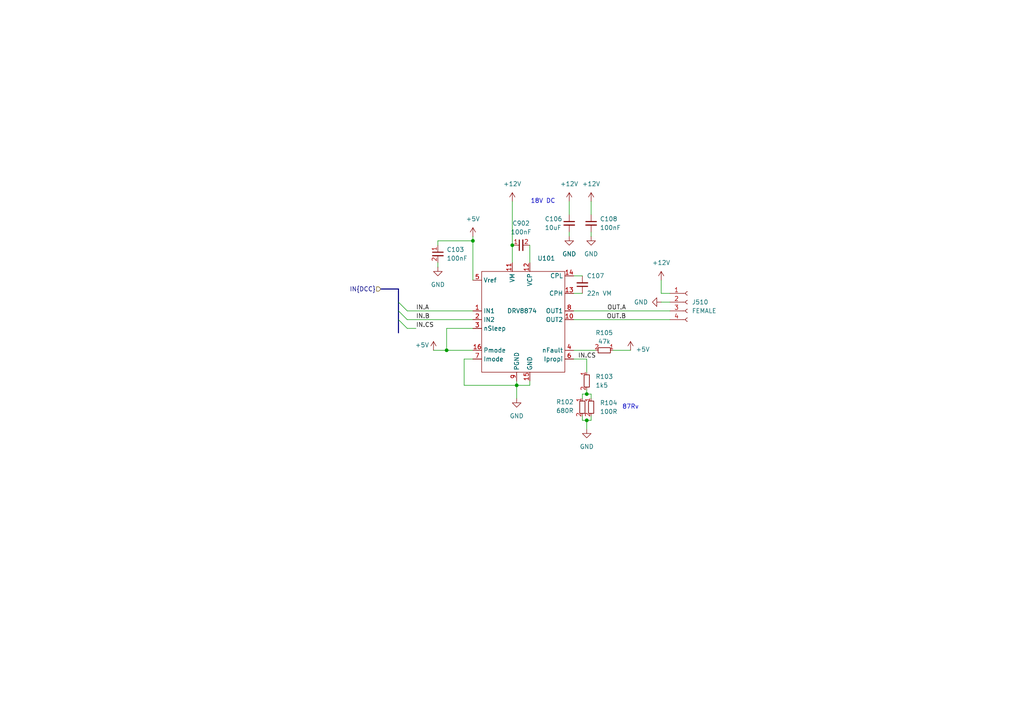
<source format=kicad_sch>
(kicad_sch (version 20231120) (generator "eeschema") (generator_version "8.0")
  (paper "A4")
  (lib_symbols
    (symbol "Device:C_Small" (pin_numbers hide) (pin_names (offset 0.254) hide)
      (property "Reference" "C" (at 0.254 1.778 0))
      (property "Value" "C_Small" (at 0.254 -2.032 0))
      (symbol "C_Small_0_1"
        (polyline (pts (xy -1.524 -0.508) (xy 1.524 -0.508)) (stroke (width 0.3302)))
        (polyline (pts (xy -1.524 0.508) (xy 1.524 0.508)) (stroke (width 0.3048)))
      )
      (symbol "C_Small_1_1"
        (pin passive line (at 0 2.54 270) (length 2.032) (name "~") (number "1"))
        (pin passive line (at 0 -2.54 90) (length 2.032) (name "~") (number "2"))
      )
    )
    (symbol "GND_1" (power) (pin_numbers hide) (pin_names (offset 0) hide)
      (property "Value" "GND" (at 0 -3.81 0))
      (symbol "GND_1_0_1"
        (polyline (pts (xy 0 0) (xy 0 -1.27) (xy 1.27 -1.27) (xy 0 -2.54) (xy -1.27 -1.27) (xy 0 -1.27)))
      )
      (symbol "GND_1_1_1"
        (pin power_in line (at 0 0 270) (length 0) (name "~") (number "1"))
      )
    )
    (symbol "capacitor_miscellaneous:C_0402_100nF"
      (property "Reference" "C" (at 1.27 2.54 0))
      (property "Value" "100nF" (at 3.81 -2.54 0))
      (symbol "C_0402_100nF_0_1"
        (polyline (pts (xy -1.524 -0.508) (xy 1.524 -0.508)) (stroke (width 0.3302)))
        (polyline (pts (xy -1.524 0.508) (xy 1.524 0.508)) (stroke (width 0.3048)))
      )
      (symbol "C_0402_100nF_1_1"
        (pin passive line (at 0 2.54 270) (length 2.032) (name "~") (number "1"))
        (pin passive line (at 0 -2.54 90) (length 2.032) (name "~") (number "2"))
      )
    )
    (symbol "capacitor_miscellaneous:C_0603_100nF"
      (property "Reference" "C" (at 1.27 2.54 0))
      (property "Value" "100nF" (at 3.81 -2.54 0))
      (symbol "C_0603_100nF_0_1"
        (polyline (pts (xy -1.524 -0.508) (xy 1.524 -0.508)) (stroke (width 0.3302)))
        (polyline (pts (xy -1.524 0.508) (xy 1.524 0.508)) (stroke (width 0.3048)))
      )
      (symbol "C_0603_100nF_1_1"
        (pin passive line (at 0 2.54 270) (length 2.032) (name "~") (number "1"))
        (pin passive line (at 0 -2.54 90) (length 2.032) (name "~") (number "2"))
      )
    )
    (symbol "custom_kicad_lib_sk:DRV8874"
      (property "Reference" "U" (at 0 0 0))
      (symbol "DRV8874_0_1"
        (rectangle (start -11.43 11.43) (end 12.7 -17.78))
      )
      (symbol "DRV8874_1_1"
        (pin input line (at -13.97 0 0) (length 2.54) (name "IN1") (number "1"))
        (pin input line (at 15.24 -2.54 180) (length 2.54) (name "OUT2") (number "10"))
        (pin input line (at -2.54 13.97 270) (length 2.54) (name "VM") (number "11"))
        (pin input line (at 2.54 13.97 270) (length 2.54) (name "VCP") (number "12"))
        (pin input line (at 15.24 5.08 180) (length 2.54) (name "CPH") (number "13"))
        (pin input line (at 15.24 10.16 180) (length 2.54) (name "CPL") (number "14"))
        (pin power_in line (at 2.54 -20.32 90) (length 2.54) (name "GND") (number "15"))
        (pin input line (at -13.97 -11.43 0) (length 2.54) (name "Pmode") (number "16"))
        (pin power_in line (at 2.54 -20.32 90) (length 2.54) hide (name "GND") (number "17"))
        (pin input line (at -13.97 -2.54 0) (length 2.54) (name "IN2") (number "2"))
        (pin input line (at -13.97 -5.08 0) (length 2.54) (name "nSleep") (number "3"))
        (pin input line (at 15.24 -11.43 180) (length 2.54) (name "nFault") (number "4"))
        (pin input line (at -13.97 8.89 0) (length 2.54) (name "Vref") (number "5"))
        (pin input line (at 15.24 -13.97 180) (length 2.54) (name "Ipropi") (number "6"))
        (pin input line (at -13.97 -13.97 0) (length 2.54) (name "Imode") (number "7"))
        (pin input line (at 15.24 0 180) (length 2.54) (name "OUT1") (number "8"))
        (pin power_in line (at -1.27 -20.32 90) (length 2.54) (name "PGND") (number "9"))
      )
    )
    (symbol "custom_kicad_lib_sk:connector_3.50mm_4P_horizontal_FEMALE" (pin_names (offset 1.016) hide)
      (property "Reference" "J" (at 0 5.08 0))
      (property "Value" "FEMALE" (at 0 -7.62 0))
      (symbol "connector_3.50mm_4P_horizontal_FEMALE_1_1"
        (arc (start 0 -4.572) (mid -0.5058 -5.08) (end 0 -5.588) (stroke (width 0.1524)))
        (arc (start 0 -2.032) (mid -0.5058 -2.54) (end 0 -3.048) (stroke (width 0.1524)))
        (polyline (pts (xy -1.27 -5.08) (xy -0.508 -5.08)) (stroke (width 0.1524)))
        (polyline (pts (xy -1.27 -2.54) (xy -0.508 -2.54)) (stroke (width 0.1524)))
        (polyline (pts (xy -1.27 0) (xy -0.508 0)) (stroke (width 0.1524)))
        (polyline (pts (xy -1.27 2.54) (xy -0.508 2.54)) (stroke (width 0.1524)))
        (arc (start 0 0.508) (mid -0.5058 0) (end 0 -0.508) (stroke (width 0.1524)))
        (arc (start 0 3.048) (mid -0.5058 2.54) (end 0 2.032) (stroke (width 0.1524)))
        (pin passive line (at -5.08 2.54 0) (length 3.81) (name "Pin_1") (number "1"))
        (pin passive line (at -5.08 0 0) (length 3.81) (name "Pin_2") (number "2"))
        (pin passive line (at -5.08 -2.54 0) (length 3.81) (name "Pin_3") (number "3"))
        (pin passive line (at -5.08 -5.08 0) (length 3.81) (name "Pin_4") (number "4"))
      )
    )
    (symbol "power:+12V" (power) (pin_numbers hide) (pin_names (offset 0) hide)
      (property "Value" "+12V" (at 0 3.556 0))
      (symbol "+12V_0_1"
        (polyline (pts (xy -0.762 1.27) (xy 0 2.54)))
        (polyline (pts (xy 0 0) (xy 0 2.54)))
        (polyline (pts (xy 0 2.54) (xy 0.762 1.27)))
      )
      (symbol "+12V_1_1"
        (pin power_in line (at 0 0 90) (length 0) (name "~") (number "1"))
      )
    )
    (symbol "power:+5V" (power) (pin_numbers hide) (pin_names (offset 0) hide)
      (property "Value" "+5V" (at 0 3.556 0))
      (symbol "+5V_0_1"
        (polyline (pts (xy -0.762 1.27) (xy 0 2.54)))
        (polyline (pts (xy 0 0) (xy 0 2.54)))
        (polyline (pts (xy 0 2.54) (xy 0.762 1.27)))
      )
      (symbol "+5V_1_1"
        (pin power_in line (at 0 0 90) (length 0) (name "~") (number "1"))
      )
    )
    (symbol "power:GND" (power) (pin_numbers hide) (pin_names (offset 0) hide)
      (property "Value" "GND" (at 0 -3.81 0))
      (symbol "GND_0_1"
        (polyline (pts (xy 0 0) (xy 0 -1.27) (xy 1.27 -1.27) (xy 0 -2.54) (xy -1.27 -1.27) (xy 0 -1.27)))
      )
      (symbol "GND_1_1"
        (pin power_in line (at 0 0 270) (length 0) (name "~") (number "1"))
      )
    )
    (symbol "resistors_0603:R_100R_0603"
      (property "Reference" "R" (at 1.27 2.54 0))
      (property "Value" "100R" (at 2.54 -2.54 0))
      (symbol "R_100R_0603_0_1"
        (rectangle (start -0.762 1.778) (end 0.762 -1.778) (stroke (width 0.2032)))
      )
      (symbol "R_100R_0603_1_1"
        (pin passive line (at 0 2.54 270) (length 0.762) (name "~") (number "1"))
        (pin passive line (at 0 -2.54 90) (length 0.762) (name "~") (number "2"))
      )
    )
    (symbol "resistors_0603:R_1k5_0603"
      (property "Reference" "R" (at 1.27 2.54 0))
      (property "Value" "1k5" (at 2.54 -2.54 0))
      (symbol "R_1k5_0603_0_1"
        (rectangle (start -0.762 1.778) (end 0.762 -1.778) (stroke (width 0.2032)))
      )
      (symbol "R_1k5_0603_1_1"
        (pin passive line (at 0 2.54 270) (length 0.762) (name "~") (number "1"))
        (pin passive line (at 0 -2.54 90) (length 0.762) (name "~") (number "2"))
      )
    )
    (symbol "resistors_0603:R_47k_0603"
      (property "Reference" "R" (at 1.27 2.54 0))
      (property "Value" "47k" (at 2.54 -2.54 0))
      (symbol "R_47k_0603_0_1"
        (rectangle (start -0.762 1.778) (end 0.762 -1.778) (stroke (width 0.2032)))
      )
      (symbol "R_47k_0603_1_1"
        (pin passive line (at 0 2.54 270) (length 0.762) (name "~") (number "1"))
        (pin passive line (at 0 -2.54 90) (length 0.762) (name "~") (number "2"))
      )
    )
    (symbol "resistors_0603:R_680R_0603"
      (property "Reference" "R" (at 1.27 2.54 0))
      (property "Value" "680R" (at 2.54 -2.54 0))
      (symbol "R_680R_0603_0_1"
        (rectangle (start -0.762 1.778) (end 0.762 -1.778) (stroke (width 0.2032)))
      )
      (symbol "R_680R_0603_1_1"
        (pin passive line (at 0 2.54 270) (length 0.762) (name "~") (number "1"))
        (pin passive line (at 0 -2.54 90) (length 0.762) (name "~") (number "2"))
      )
    )
  )
  (junction (at 170.18 121.92))
  (junction (at 170.18 114.3))
  (junction (at 148.59 71.12))
  (junction (at 129.54 101.6))
  (junction (at 137.16 69.85))
  (junction (at 149.86 111.76))
  (bus_entry (at 115.57 90.17) (size 2.54 2.54))
  (bus_entry (at 115.57 87.63) (size 2.54 2.54))
  (bus_entry (at 115.57 92.71) (size 2.54 2.54))
  (wire (pts (xy 148.59 71.12) (xy 148.59 76.2)))
  (wire (pts (xy 153.67 111.76) (xy 153.67 110.49)))
  (bus (pts (xy 115.57 90.17) (xy 115.57 92.71)))
  (wire (pts (xy 149.86 111.76) (xy 149.86 110.49)))
  (wire (pts (xy 149.86 115.57) (xy 149.86 111.76)))
  (bus (pts (xy 115.57 83.82) (xy 115.57 87.63)))
  (wire (pts (xy 171.45 120.65) (xy 171.45 121.92)))
  (wire (pts (xy 134.62 111.76) (xy 149.86 111.76)))
  (wire (pts (xy 137.16 69.85) (xy 137.16 81.28)))
  (wire (pts (xy 170.18 121.92) (xy 170.18 124.46)))
  (wire (pts (xy 127 77.47) (xy 127 76.2)))
  (wire (pts (xy 166.37 104.14) (xy 170.18 104.14)))
  (wire (pts (xy 129.54 101.6) (xy 129.54 95.25)))
  (wire (pts (xy 137.16 104.14) (xy 134.62 104.14)))
  (wire (pts (xy 166.37 90.17) (xy 194.31 90.17)))
  (bus (pts (xy 115.57 92.71) (xy 115.57 96.52)))
  (wire (pts (xy 170.18 107.95) (xy 170.18 104.14)))
  (wire (pts (xy 171.45 121.92) (xy 170.18 121.92)))
  (wire (pts (xy 153.67 71.12) (xy 153.67 76.2)))
  (wire (pts (xy 134.62 104.14) (xy 134.62 111.76)))
  (wire (pts (xy 170.18 121.92) (xy 168.91 121.92)))
  (wire (pts (xy 118.11 90.17) (xy 137.16 90.17)))
  (wire (pts (xy 172.72 101.6) (xy 166.37 101.6)))
  (wire (pts (xy 166.37 85.09) (xy 168.91 85.09)))
  (bus (pts (xy 115.57 87.63) (xy 115.57 90.17)))
  (wire (pts (xy 170.18 113.03) (xy 170.18 114.3)))
  (wire (pts (xy 125.73 101.6) (xy 129.54 101.6)))
  (wire (pts (xy 129.54 95.25) (xy 137.16 95.25)))
  (wire (pts (xy 171.45 114.3) (xy 171.45 115.57)))
  (wire (pts (xy 137.16 101.6) (xy 129.54 101.6)))
  (wire (pts (xy 191.77 81.28) (xy 191.77 85.09)))
  (wire (pts (xy 191.77 85.09) (xy 194.31 85.09)))
  (wire (pts (xy 127 69.85) (xy 127 71.12)))
  (wire (pts (xy 127 69.85) (xy 137.16 69.85)))
  (wire (pts (xy 137.16 68.58) (xy 137.16 69.85)))
  (wire (pts (xy 191.77 87.63) (xy 194.31 87.63)))
  (wire (pts (xy 171.45 58.42) (xy 171.45 62.23)))
  (wire (pts (xy 118.11 95.25) (xy 120.65 95.25)))
  (wire (pts (xy 170.18 114.3) (xy 171.45 114.3)))
  (wire (pts (xy 149.86 111.76) (xy 153.67 111.76)))
  (wire (pts (xy 165.1 67.31) (xy 165.1 68.58)))
  (wire (pts (xy 171.45 67.31) (xy 171.45 68.58)))
  (wire (pts (xy 166.37 80.01) (xy 168.91 80.01)))
  (bus (pts (xy 110.49 83.82) (xy 115.57 83.82)))
  (wire (pts (xy 177.8 101.6) (xy 182.88 101.6)))
  (wire (pts (xy 118.11 92.71) (xy 137.16 92.71)))
  (wire (pts (xy 168.91 120.65) (xy 168.91 121.92)))
  (wire (pts (xy 168.91 115.57) (xy 168.91 114.3)))
  (wire (pts (xy 165.1 58.42) (xy 165.1 62.23)))
  (wire (pts (xy 166.37 92.71) (xy 194.31 92.71)))
  (wire (pts (xy 148.59 58.42) (xy 148.59 71.12)))
  (wire (pts (xy 168.91 114.3) (xy 170.18 114.3)))
  (text "18V DC\n" (at 157.48 58.42 0) (effects (font (size 1.27 1.27))))
  (text "87Rv" (at 182.88 118.11 0) (effects (font (size 1.27 1.27))))
  (label "IN.A" (at 120.65 90.17 0))
  (label "IN.CS" (at 120.65 95.25 0))
  (label "IN.CS" (at 167.64 104.14 0))
  (label "OUT.A" (at 181.61 90.17 180))
  (label "IN.B" (at 120.65 92.71 0))
  (label "OUT.B" (at 181.61 92.71 180))
  (hierarchical_label "IN{DCC}" (shape input) (at 110.49 83.82 180))
  (symbol (lib_name "GND_1") (lib_id "power:GND") (at 127 77.47 0) (unit 1)
    (property "Reference" "#PWR0118" (effects (hide yes)))
    (property "Value" "GND" (at 127 82.55 0))
    (property "Description" "Power symbol creates a global label with name \"GND\" , ground" (effects (hide yes)))
    (instances (project "booster_bare_minimum" (path "" (reference "#PWR0118") (unit 1))) (project "MasterOfAccessories" (path "" (reference "#PWR0118") (unit 1))) (project "accessoryCentral" (path "" (reference "#PWR0902") (unit 1)) (path "" (reference "#PWR0118") (unit 1))))
  )
  (symbol (lib_id "power:+5V") (at 125.73 101.6 0) (unit 1)
    (property "Reference" "#PWR0111" (effects (hide yes)))
    (property "Value" "+5V" (at 122.428 100.076 0))
    (property "Description" "Power symbol creates a global label with name \"+5V\"" (effects (hide yes)))
    (instances (project "booster_bare_minimum" (path "" (reference "#PWR0111") (unit 1))) (project "MasterOfAccessories" (path "" (reference "#PWR0111") (unit 1))) (project "accessoryCentral" (path "" (reference "#PWR0901") (unit 1)) (path "" (reference "#PWR0111") (unit 1))))
  )
  (symbol (lib_name "GND_1") (lib_id "power:GND") (at 170.18 124.46 0) (unit 1)
    (property "Reference" "#PWR0117" (effects (hide yes)))
    (property "Value" "GND" (at 170.18 129.54 0))
    (property "Description" "Power symbol creates a global label with name \"GND\" , ground" (effects (hide yes)))
    (instances (project "booster_bare_minimum" (path "" (reference "#PWR0117") (unit 1))) (project "MasterOfAccessories" (path "" (reference "#PWR0117") (unit 1))) (project "accessoryCentral" (path "" (reference "#PWR0908") (unit 1)) (path "" (reference "#PWR0117") (unit 1))))
  )
  (symbol (lib_id "resistors_0603:R_47k_0603") (at 175.26 101.6 270) (unit 1)
    (property "Reference" "R105" (at 175.26 96.52 90))
    (property "Value" "47k" (at 175.26 99.06 90))
    (property "Footprint" "custom_kicad_lib_sk:R_0603_smalltext" (effects (hide yes)))
    (property "JLCPCB Part#" "C25819" (effects (hide yes)))
    (instances (project "booster_bare_minimum" (path "" (reference "R105") (unit 1))) (project "MasterOfAccessories" (path "" (reference "R105") (unit 1))) (project "accessoryCentral" (path "" (reference "R904") (unit 1)) (path "" (reference "R105") (unit 1))))
  )
  (symbol (lib_id "Device:C_Small") (at 168.91 82.55 180) (unit 1)
    (property "Reference" "C107" (at 170.18 80.01 0) (effects (justify right)))
    (property "Value" "22n VM" (at 170.18 85.09 0) (effects (justify right)))
    (property "Footprint" "Capacitor_SMD:C_0402_1005Metric_Pad0.74x0.62mm_HandSolder" (effects (hide yes)))
    (property "LCSC Part #" "C1532" (effects (hide yes)))
    (instances (project "booster_bare_minimum" (path "" (reference "C107") (unit 1))) (project "MasterOfAccessories" (path "" (reference "C107") (unit 1))) (project "accessoryCentral" (path "" (reference "C904") (unit 1)) (path "" (reference "C107") (unit 1))))
  )
  (symbol (lib_id "power:GND") (at 191.77 87.63 270) (unit 1)
    (property "Reference" "#PWR0522" (effects (hide yes)))
    (property "Value" "GND" (at 187.96 87.6299 90) (effects (justify right)))
    (property "Description" "Power symbol creates a global label with name \"GND\" , ground" (effects (hide yes)))
  )
  (symbol (lib_id "custom_kicad_lib_sk:connector_3.50mm_4P_horizontal_FEMALE") (at 199.39 87.63 0) (unit 1)
    (property "Reference" "J510" (at 200.66 87.6299 0) (effects (justify left)))
    (property "Value" "FEMALE" (at 200.66 90.1699 0) (effects (justify left)))
    (property "Footprint" "Connector_Phoenix_MC:PhoenixContact_MC_1,5_4-G-3.5_1x04_P3.50mm_Horizontal" (effects (hide yes)))
    (property "Description" "Generic connector, single row, 01x04, script generated" (effects (hide yes)))
  )
  (symbol (lib_id "capacitor_miscellaneous:C_0603_100nF") (at 127 73.66 0) (unit 1)
    (property "Reference" "C103" (at 129.54 72.3962 0) (effects (justify left)))
    (property "Value" "100nF" (at 129.54 74.9362 0) (effects (justify left)))
    (property "Footprint" "Capacitor_SMD:C_0603_1608Metric" (effects (hide yes)))
    (property "JLCPCB Part#" "C14663" (effects (hide yes)))
    (instances (project "booster_bare_minimum" (path "" (reference "C103") (unit 1))) (project "MasterOfAccessories" (path "" (reference "C103") (unit 1))) (project "accessoryCentral" (path "" (reference "C901") (unit 1)) (path "" (reference "C103") (unit 1))))
  )
  (symbol (lib_id "resistors_0603:R_680R_0603") (at 168.91 118.11 0) (unit 1)
    (property "Reference" "R102" (at 161.29 116.586 0) (effects (justify left)))
    (property "Value" "680R" (at 161.29 119.126 0) (effects (justify left)))
    (property "Footprint" "custom_kicad_lib_sk:R_0603_smalltext" (effects (hide yes)))
    (property "JLCPCB Part#" "C17798" (effects (hide yes)))
    (instances (project "booster_bare_minimum" (path "" (reference "R102") (unit 1))) (project "MasterOfAccessories" (path "" (reference "R102") (unit 1))) (project "accessoryCentral" (path "" (reference "R901") (unit 1)) (path "" (reference "R102") (unit 1))))
  )
  (symbol (lib_id "Device:C_Small") (at 171.45 64.77 0) (unit 1)
    (property "Reference" "C108" (at 173.99 63.5062 0) (effects (justify left)))
    (property "Value" "100nF" (at 173.99 66.0462 0) (effects (justify left)))
    (property "Footprint" "Capacitor_SMD:C_0402_1005Metric_Pad0.74x0.62mm_HandSolder" (effects (hide yes)))
    (property "LCSC Part #" "C307331" (effects (hide yes)))
    (instances (project "booster_bare_minimum" (path "" (reference "C108") (unit 1))) (project "MasterOfAccessories" (path "" (reference "C108") (unit 1))) (project "accessoryCentral" (path "" (reference "C905") (unit 1)) (path "" (reference "C108") (unit 1))))
  )
  (symbol (lib_id "power:+12V") (at 148.59 58.42 0) (unit 1)
    (property "Reference" "#PWR0403" (effects (hide yes)))
    (property "Value" "+12V" (at 148.59 53.34 0))
    (property "Description" "Power symbol creates a global label with name \"+12V\"" (effects (hide yes)))
  )
  (symbol (lib_id "resistors_0603:R_1k5_0603") (at 170.18 110.49 0) (unit 1)
    (property "Reference" "R103" (at 172.72 109.2199 0) (effects (justify left)))
    (property "Value" "1k5" (at 172.72 111.7599 0) (effects (justify left)))
    (property "Footprint" "custom_kicad_lib_sk:R_0603_smalltext" (effects (hide yes)))
    (property "JLCPCB Part#" "C22843" (effects (hide yes)))
    (instances (project "booster_bare_minimum" (path "" (reference "R103") (unit 1))) (project "MasterOfAccessories" (path "" (reference "R103") (unit 1))) (project "accessoryCentral" (path "" (reference "R902") (unit 1)) (path "" (reference "R103") (unit 1))))
  )
  (symbol (lib_id "power:+5V") (at 137.16 68.58 0) (unit 1)
    (property "Reference" "#PWR0108" (effects (hide yes)))
    (property "Value" "+5V" (at 137.16 63.5 0))
    (property "Description" "Power symbol creates a global label with name \"+5V\"" (effects (hide yes)))
    (instances (project "booster_bare_minimum" (path "" (reference "#PWR0108") (unit 1))) (project "MasterOfAccessories" (path "" (reference "#PWR0108") (unit 1))) (project "accessoryCentral" (path "" (reference "#PWR0903") (unit 1)) (path "" (reference "#PWR0108") (unit 1))))
  )
  (symbol (lib_id "custom_kicad_lib_sk:DRV8874") (at 151.13 90.17 0) (unit 1)
    (property "Reference" "U101" (at 155.8641 74.93 0) (effects (justify left)))
    (property "Value" "DRV8874" (at 147.066 90.17 0) (effects (justify left)))
    (property "Footprint" "Package_SO:HTSSOP-16-1EP_4.4x5mm_P0.65mm_EP3.4x5mm" (effects (hide yes)))
    (property "JLCPCB Part#" "C1855818" (effects (hide yes)))
    (instances (project "booster_bare_minimum" (path "" (reference "U101") (unit 1))) (project "MasterOfAccessories" (path "" (reference "U101") (unit 1))) (project "accessoryCentral" (path "" (reference "U901") (unit 1)) (path "" (reference "U101") (unit 1))))
  )
  (symbol (lib_id "power:+5V") (at 182.88 101.6 0) (unit 1)
    (property "Reference" "#PWR0110" (effects (hide yes)))
    (property "Value" "+5V" (at 186.436 101.346 0))
    (property "Description" "Power symbol creates a global label with name \"+5V\"" (effects (hide yes)))
    (instances (project "booster_bare_minimum" (path "" (reference "#PWR0110") (unit 1))) (project "MasterOfAccessories" (path "" (reference "#PWR0110") (unit 1))) (project "accessoryCentral" (path "" (reference "#PWR0911") (unit 1)) (path "" (reference "#PWR0110") (unit 1))))
  )
  (symbol (lib_id "Device:C_Small") (at 165.1 64.77 0) (unit 1)
    (property "Reference" "C106" (at 157.988 63.5 0) (effects (justify left)))
    (property "Value" "10uF" (at 157.988 66.04 0) (effects (justify left)))
    (property "Footprint" "Capacitor_SMD:C_1206_3216Metric" (effects (hide yes)))
    (property "LCSC Part #" "C13585" (effects (hide yes)))
    (instances (project "booster_bare_minimum" (path "" (reference "C106") (unit 1))) (project "MasterOfAccessories" (path "" (reference "C106") (unit 1))) (project "accessoryCentral" (path "" (reference "C903") (unit 1)) (path "" (reference "C106") (unit 1))))
  )
  (symbol (lib_id "capacitor_miscellaneous:C_0402_100nF") (at 151.13 71.12 90) (unit 1)
    (property "Reference" "C902" (at 151.1363 64.77 90))
    (property "Value" "100nF" (at 151.1363 67.31 90))
    (property "Footprint" "Capacitor_SMD:C_0402_1005Metric" (effects (hide yes)))
    (property "JLCPCB Part#" "C307331" (effects (hide yes)))
    (instances (project "MasterOfAccessories" (path "" (reference "C902") (unit 1))) (project "accessoryCentral" (path "" (reference "C902") (unit 1)) (path "" (reference "C102") (unit 1))))
  )
  (symbol (lib_name "GND_1") (lib_id "power:GND") (at 165.1 68.58 0) (unit 1)
    (property "Reference" "#PWR0115" (effects (hide yes)))
    (property "Value" "GND" (at 165.1 73.66 0))
    (property "Description" "Power symbol creates a global label with name \"GND\" , ground" (effects (hide yes)))
    (instances (project "booster_bare_minimum" (path "" (reference "#PWR0115") (unit 1))) (project "MasterOfAccessories" (path "" (reference "#PWR0115") (unit 1))) (project "accessoryCentral" (path "" (reference "#PWR0907") (unit 1)) (path "" (reference "#PWR0115") (unit 1))))
  )
  (symbol (lib_id "power:+12V") (at 191.77 81.28 0) (unit 1)
    (property "Reference" "#PWR0521" (effects (hide yes)))
    (property "Value" "+12V" (at 191.77 76.2 0))
    (property "Description" "Power symbol creates a global label with name \"+12V\"" (effects (hide yes)))
  )
  (symbol (lib_id "resistors_0603:R_100R_0603") (at 171.45 118.11 0) (unit 1)
    (property "Reference" "R104" (at 173.99 116.8399 0) (effects (justify left)))
    (property "Value" "100R" (at 173.99 119.3799 0) (effects (justify left)))
    (property "Footprint" "custom_kicad_lib_sk:R_0603_smalltext" (effects (hide yes)))
    (property "JLCPCB Part#" "C22775" (effects (hide yes)))
    (instances (project "booster_bare_minimum" (path "" (reference "R104") (unit 1))) (project "MasterOfAccessories" (path "" (reference "R104") (unit 1))) (project "accessoryCentral" (path "" (reference "R903") (unit 1)) (path "" (reference "R104") (unit 1))))
  )
  (symbol (lib_name "GND_1") (lib_id "power:GND") (at 149.86 115.57 0) (unit 1)
    (property "Reference" "#PWR0109" (effects (hide yes)))
    (property "Value" "GND" (at 149.86 120.65 0))
    (property "Description" "Power symbol creates a global label with name \"GND\" , ground" (effects (hide yes)))
    (instances (project "booster_bare_minimum" (path "" (reference "#PWR0109") (unit 1))) (project "MasterOfAccessories" (path "" (reference "#PWR0109") (unit 1))) (project "accessoryCentral" (path "" (reference "#PWR0905") (unit 1)) (path "" (reference "#PWR0109") (unit 1))))
  )
  (symbol (lib_name "GND_1") (lib_id "power:GND") (at 171.45 68.58 0) (unit 1)
    (property "Reference" "#PWR0116" (effects (hide yes)))
    (property "Value" "GND" (at 171.45 73.66 0))
    (property "Description" "Power symbol creates a global label with name \"GND\" , ground" (effects (hide yes)))
    (instances (project "booster_bare_minimum" (path "" (reference "#PWR0116") (unit 1))) (project "MasterOfAccessories" (path "" (reference "#PWR0116") (unit 1))) (project "accessoryCentral" (path "" (reference "#PWR0910") (unit 1)) (path "" (reference "#PWR0116") (unit 1))))
  )
  (symbol (lib_id "power:+12V") (at 165.1 58.42 0) (unit 1)
    (property "Reference" "#PWR0402" (effects (hide yes)))
    (property "Value" "+12V" (at 165.1 53.34 0))
    (property "Description" "Power symbol creates a global label with name \"+12V\"" (effects (hide yes)))
  )
  (symbol (lib_id "power:+12V") (at 171.45 58.42 0) (unit 1)
    (property "Reference" "#PWR0401" (effects (hide yes)))
    (property "Value" "+12V" (at 171.45 53.34 0))
    (property "Description" "Power symbol creates a global label with name \"+12V\"" (effects (hide yes)))
  )
)
</source>
